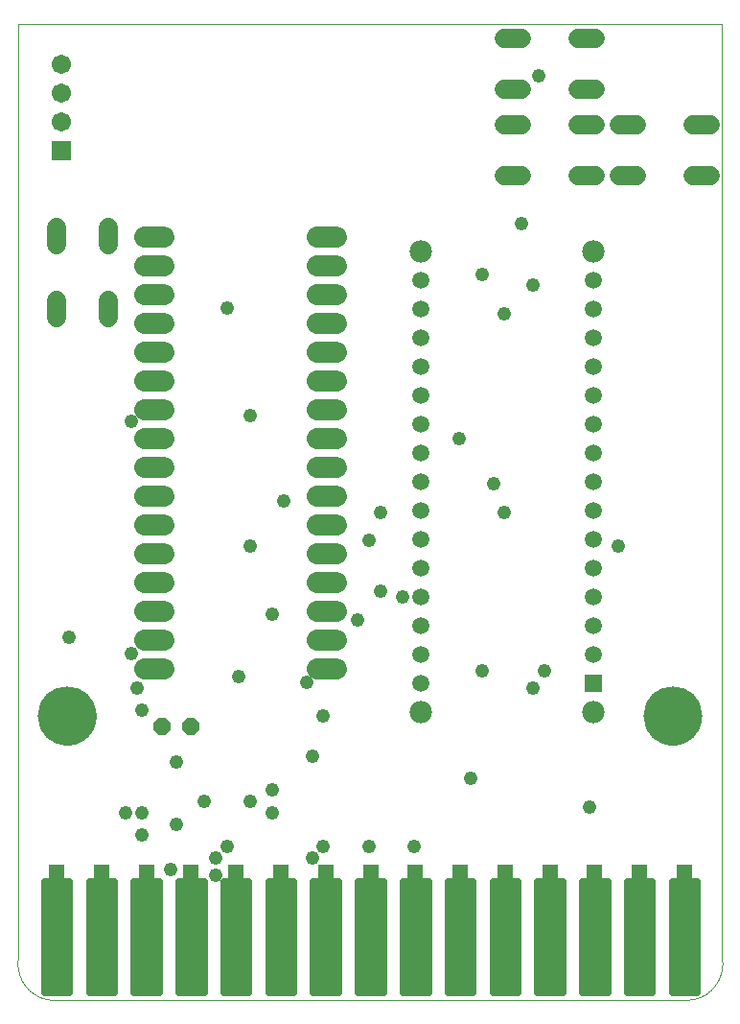
<source format=gts>
G75*
%MOIN*%
%OFA0B0*%
%FSLAX25Y25*%
%IPPOS*%
%LPD*%
%AMOC8*
5,1,8,0,0,1.08239X$1,22.5*
%
%ADD10C,0.00000*%
%ADD11C,0.20485*%
%ADD12R,0.05800X0.05800*%
%ADD13C,0.02207*%
%ADD14C,0.07296*%
%ADD15OC8,0.06000*%
%ADD16C,0.07800*%
%ADD17R,0.05950X0.05950*%
%ADD18C,0.05950*%
%ADD19R,0.06737X0.06737*%
%ADD20C,0.06737*%
%ADD21C,0.06800*%
%ADD22C,0.04800*%
D10*
X0067595Y0047713D02*
X0067595Y0372634D01*
X0312516Y0372634D01*
X0312516Y0047713D01*
X0312517Y0047713D02*
X0312543Y0047410D01*
X0312563Y0047106D01*
X0312574Y0046802D01*
X0312579Y0046498D01*
X0312576Y0046194D01*
X0312566Y0045889D01*
X0312548Y0045586D01*
X0312524Y0045282D01*
X0312491Y0044980D01*
X0312452Y0044678D01*
X0312405Y0044377D01*
X0312351Y0044078D01*
X0312290Y0043780D01*
X0312221Y0043483D01*
X0312146Y0043189D01*
X0312063Y0042896D01*
X0311973Y0042605D01*
X0311877Y0042317D01*
X0311773Y0042030D01*
X0311663Y0041747D01*
X0311545Y0041466D01*
X0311421Y0041188D01*
X0311290Y0040914D01*
X0311153Y0040642D01*
X0311009Y0040374D01*
X0310859Y0040109D01*
X0310702Y0039849D01*
X0310539Y0039592D01*
X0310370Y0039339D01*
X0310195Y0039090D01*
X0310013Y0038845D01*
X0309826Y0038605D01*
X0309634Y0038370D01*
X0309435Y0038139D01*
X0309231Y0037913D01*
X0309022Y0037692D01*
X0308808Y0037477D01*
X0308588Y0037266D01*
X0308363Y0037061D01*
X0308133Y0036861D01*
X0307899Y0036667D01*
X0307660Y0036479D01*
X0307417Y0036296D01*
X0307169Y0036120D01*
X0306917Y0035949D01*
X0306661Y0035785D01*
X0306401Y0035627D01*
X0306137Y0035475D01*
X0305870Y0035330D01*
X0305599Y0035191D01*
X0305325Y0035058D01*
X0305048Y0034933D01*
X0304768Y0034814D01*
X0304485Y0034702D01*
X0304199Y0034596D01*
X0303911Y0034498D01*
X0303621Y0034407D01*
X0303329Y0034322D01*
X0303034Y0034245D01*
X0302738Y0034175D01*
X0302440Y0034112D01*
X0302141Y0034057D01*
X0301841Y0034008D01*
X0301539Y0033967D01*
X0301237Y0033933D01*
X0078875Y0033933D01*
X0078568Y0033968D01*
X0078262Y0034010D01*
X0077957Y0034059D01*
X0077653Y0034116D01*
X0077351Y0034180D01*
X0077050Y0034252D01*
X0076751Y0034331D01*
X0076455Y0034418D01*
X0076160Y0034512D01*
X0075868Y0034612D01*
X0075578Y0034720D01*
X0075292Y0034836D01*
X0075008Y0034958D01*
X0074727Y0035087D01*
X0074449Y0035223D01*
X0074175Y0035365D01*
X0073905Y0035515D01*
X0073638Y0035671D01*
X0073375Y0035833D01*
X0073116Y0036002D01*
X0072861Y0036177D01*
X0072611Y0036358D01*
X0072365Y0036546D01*
X0072124Y0036739D01*
X0071888Y0036939D01*
X0071657Y0037144D01*
X0071431Y0037354D01*
X0071210Y0037570D01*
X0070994Y0037792D01*
X0070784Y0038018D01*
X0070580Y0038250D01*
X0070381Y0038487D01*
X0070188Y0038729D01*
X0070002Y0038975D01*
X0069821Y0039225D01*
X0069646Y0039480D01*
X0069478Y0039740D01*
X0069316Y0040003D01*
X0069161Y0040270D01*
X0069012Y0040541D01*
X0068870Y0040816D01*
X0068735Y0041094D01*
X0068607Y0041375D01*
X0068485Y0041659D01*
X0068371Y0041946D01*
X0068264Y0042236D01*
X0068164Y0042528D01*
X0068071Y0042823D01*
X0067985Y0043120D01*
X0067907Y0043419D01*
X0067835Y0043720D01*
X0067772Y0044022D01*
X0067716Y0044326D01*
X0067667Y0044631D01*
X0067626Y0044937D01*
X0067592Y0045245D01*
X0067566Y0045553D01*
X0067547Y0045861D01*
X0067536Y0046170D01*
X0067533Y0046479D01*
X0067537Y0046788D01*
X0067549Y0047097D01*
X0067568Y0047405D01*
X0067595Y0047713D01*
X0074937Y0132358D02*
X0074940Y0132600D01*
X0074949Y0132841D01*
X0074964Y0133082D01*
X0074984Y0133323D01*
X0075011Y0133563D01*
X0075044Y0133802D01*
X0075082Y0134041D01*
X0075126Y0134278D01*
X0075176Y0134515D01*
X0075232Y0134750D01*
X0075294Y0134983D01*
X0075361Y0135215D01*
X0075434Y0135446D01*
X0075512Y0135674D01*
X0075597Y0135900D01*
X0075686Y0136125D01*
X0075781Y0136347D01*
X0075882Y0136566D01*
X0075988Y0136784D01*
X0076099Y0136998D01*
X0076216Y0137210D01*
X0076337Y0137418D01*
X0076464Y0137624D01*
X0076596Y0137826D01*
X0076733Y0138026D01*
X0076874Y0138221D01*
X0077020Y0138414D01*
X0077171Y0138602D01*
X0077327Y0138787D01*
X0077487Y0138968D01*
X0077651Y0139145D01*
X0077820Y0139318D01*
X0077993Y0139487D01*
X0078170Y0139651D01*
X0078351Y0139811D01*
X0078536Y0139967D01*
X0078724Y0140118D01*
X0078917Y0140264D01*
X0079112Y0140405D01*
X0079312Y0140542D01*
X0079514Y0140674D01*
X0079720Y0140801D01*
X0079928Y0140922D01*
X0080140Y0141039D01*
X0080354Y0141150D01*
X0080572Y0141256D01*
X0080791Y0141357D01*
X0081013Y0141452D01*
X0081238Y0141541D01*
X0081464Y0141626D01*
X0081692Y0141704D01*
X0081923Y0141777D01*
X0082155Y0141844D01*
X0082388Y0141906D01*
X0082623Y0141962D01*
X0082860Y0142012D01*
X0083097Y0142056D01*
X0083336Y0142094D01*
X0083575Y0142127D01*
X0083815Y0142154D01*
X0084056Y0142174D01*
X0084297Y0142189D01*
X0084538Y0142198D01*
X0084780Y0142201D01*
X0085022Y0142198D01*
X0085263Y0142189D01*
X0085504Y0142174D01*
X0085745Y0142154D01*
X0085985Y0142127D01*
X0086224Y0142094D01*
X0086463Y0142056D01*
X0086700Y0142012D01*
X0086937Y0141962D01*
X0087172Y0141906D01*
X0087405Y0141844D01*
X0087637Y0141777D01*
X0087868Y0141704D01*
X0088096Y0141626D01*
X0088322Y0141541D01*
X0088547Y0141452D01*
X0088769Y0141357D01*
X0088988Y0141256D01*
X0089206Y0141150D01*
X0089420Y0141039D01*
X0089632Y0140922D01*
X0089840Y0140801D01*
X0090046Y0140674D01*
X0090248Y0140542D01*
X0090448Y0140405D01*
X0090643Y0140264D01*
X0090836Y0140118D01*
X0091024Y0139967D01*
X0091209Y0139811D01*
X0091390Y0139651D01*
X0091567Y0139487D01*
X0091740Y0139318D01*
X0091909Y0139145D01*
X0092073Y0138968D01*
X0092233Y0138787D01*
X0092389Y0138602D01*
X0092540Y0138414D01*
X0092686Y0138221D01*
X0092827Y0138026D01*
X0092964Y0137826D01*
X0093096Y0137624D01*
X0093223Y0137418D01*
X0093344Y0137210D01*
X0093461Y0136998D01*
X0093572Y0136784D01*
X0093678Y0136566D01*
X0093779Y0136347D01*
X0093874Y0136125D01*
X0093963Y0135900D01*
X0094048Y0135674D01*
X0094126Y0135446D01*
X0094199Y0135215D01*
X0094266Y0134983D01*
X0094328Y0134750D01*
X0094384Y0134515D01*
X0094434Y0134278D01*
X0094478Y0134041D01*
X0094516Y0133802D01*
X0094549Y0133563D01*
X0094576Y0133323D01*
X0094596Y0133082D01*
X0094611Y0132841D01*
X0094620Y0132600D01*
X0094623Y0132358D01*
X0094620Y0132116D01*
X0094611Y0131875D01*
X0094596Y0131634D01*
X0094576Y0131393D01*
X0094549Y0131153D01*
X0094516Y0130914D01*
X0094478Y0130675D01*
X0094434Y0130438D01*
X0094384Y0130201D01*
X0094328Y0129966D01*
X0094266Y0129733D01*
X0094199Y0129501D01*
X0094126Y0129270D01*
X0094048Y0129042D01*
X0093963Y0128816D01*
X0093874Y0128591D01*
X0093779Y0128369D01*
X0093678Y0128150D01*
X0093572Y0127932D01*
X0093461Y0127718D01*
X0093344Y0127506D01*
X0093223Y0127298D01*
X0093096Y0127092D01*
X0092964Y0126890D01*
X0092827Y0126690D01*
X0092686Y0126495D01*
X0092540Y0126302D01*
X0092389Y0126114D01*
X0092233Y0125929D01*
X0092073Y0125748D01*
X0091909Y0125571D01*
X0091740Y0125398D01*
X0091567Y0125229D01*
X0091390Y0125065D01*
X0091209Y0124905D01*
X0091024Y0124749D01*
X0090836Y0124598D01*
X0090643Y0124452D01*
X0090448Y0124311D01*
X0090248Y0124174D01*
X0090046Y0124042D01*
X0089840Y0123915D01*
X0089632Y0123794D01*
X0089420Y0123677D01*
X0089206Y0123566D01*
X0088988Y0123460D01*
X0088769Y0123359D01*
X0088547Y0123264D01*
X0088322Y0123175D01*
X0088096Y0123090D01*
X0087868Y0123012D01*
X0087637Y0122939D01*
X0087405Y0122872D01*
X0087172Y0122810D01*
X0086937Y0122754D01*
X0086700Y0122704D01*
X0086463Y0122660D01*
X0086224Y0122622D01*
X0085985Y0122589D01*
X0085745Y0122562D01*
X0085504Y0122542D01*
X0085263Y0122527D01*
X0085022Y0122518D01*
X0084780Y0122515D01*
X0084538Y0122518D01*
X0084297Y0122527D01*
X0084056Y0122542D01*
X0083815Y0122562D01*
X0083575Y0122589D01*
X0083336Y0122622D01*
X0083097Y0122660D01*
X0082860Y0122704D01*
X0082623Y0122754D01*
X0082388Y0122810D01*
X0082155Y0122872D01*
X0081923Y0122939D01*
X0081692Y0123012D01*
X0081464Y0123090D01*
X0081238Y0123175D01*
X0081013Y0123264D01*
X0080791Y0123359D01*
X0080572Y0123460D01*
X0080354Y0123566D01*
X0080140Y0123677D01*
X0079928Y0123794D01*
X0079720Y0123915D01*
X0079514Y0124042D01*
X0079312Y0124174D01*
X0079112Y0124311D01*
X0078917Y0124452D01*
X0078724Y0124598D01*
X0078536Y0124749D01*
X0078351Y0124905D01*
X0078170Y0125065D01*
X0077993Y0125229D01*
X0077820Y0125398D01*
X0077651Y0125571D01*
X0077487Y0125748D01*
X0077327Y0125929D01*
X0077171Y0126114D01*
X0077020Y0126302D01*
X0076874Y0126495D01*
X0076733Y0126690D01*
X0076596Y0126890D01*
X0076464Y0127092D01*
X0076337Y0127298D01*
X0076216Y0127506D01*
X0076099Y0127718D01*
X0075988Y0127932D01*
X0075882Y0128150D01*
X0075781Y0128369D01*
X0075686Y0128591D01*
X0075597Y0128816D01*
X0075512Y0129042D01*
X0075434Y0129270D01*
X0075361Y0129501D01*
X0075294Y0129733D01*
X0075232Y0129966D01*
X0075176Y0130201D01*
X0075126Y0130438D01*
X0075082Y0130675D01*
X0075044Y0130914D01*
X0075011Y0131153D01*
X0074984Y0131393D01*
X0074964Y0131634D01*
X0074949Y0131875D01*
X0074940Y0132116D01*
X0074937Y0132358D01*
X0204095Y0133933D02*
X0204097Y0134051D01*
X0204103Y0134169D01*
X0204113Y0134287D01*
X0204127Y0134404D01*
X0204145Y0134521D01*
X0204167Y0134638D01*
X0204192Y0134753D01*
X0204222Y0134867D01*
X0204256Y0134981D01*
X0204293Y0135093D01*
X0204334Y0135204D01*
X0204379Y0135313D01*
X0204427Y0135421D01*
X0204479Y0135527D01*
X0204535Y0135632D01*
X0204594Y0135734D01*
X0204656Y0135834D01*
X0204722Y0135932D01*
X0204791Y0136028D01*
X0204864Y0136122D01*
X0204939Y0136213D01*
X0205018Y0136301D01*
X0205099Y0136387D01*
X0205184Y0136470D01*
X0205271Y0136550D01*
X0205360Y0136627D01*
X0205453Y0136701D01*
X0205547Y0136771D01*
X0205644Y0136839D01*
X0205744Y0136903D01*
X0205845Y0136964D01*
X0205948Y0137021D01*
X0206054Y0137075D01*
X0206161Y0137126D01*
X0206269Y0137172D01*
X0206379Y0137215D01*
X0206491Y0137254D01*
X0206604Y0137290D01*
X0206718Y0137321D01*
X0206833Y0137349D01*
X0206948Y0137373D01*
X0207065Y0137393D01*
X0207182Y0137409D01*
X0207300Y0137421D01*
X0207418Y0137429D01*
X0207536Y0137433D01*
X0207654Y0137433D01*
X0207772Y0137429D01*
X0207890Y0137421D01*
X0208008Y0137409D01*
X0208125Y0137393D01*
X0208242Y0137373D01*
X0208357Y0137349D01*
X0208472Y0137321D01*
X0208586Y0137290D01*
X0208699Y0137254D01*
X0208811Y0137215D01*
X0208921Y0137172D01*
X0209029Y0137126D01*
X0209136Y0137075D01*
X0209242Y0137021D01*
X0209345Y0136964D01*
X0209446Y0136903D01*
X0209546Y0136839D01*
X0209643Y0136771D01*
X0209737Y0136701D01*
X0209830Y0136627D01*
X0209919Y0136550D01*
X0210006Y0136470D01*
X0210091Y0136387D01*
X0210172Y0136301D01*
X0210251Y0136213D01*
X0210326Y0136122D01*
X0210399Y0136028D01*
X0210468Y0135932D01*
X0210534Y0135834D01*
X0210596Y0135734D01*
X0210655Y0135632D01*
X0210711Y0135527D01*
X0210763Y0135421D01*
X0210811Y0135313D01*
X0210856Y0135204D01*
X0210897Y0135093D01*
X0210934Y0134981D01*
X0210968Y0134867D01*
X0210998Y0134753D01*
X0211023Y0134638D01*
X0211045Y0134521D01*
X0211063Y0134404D01*
X0211077Y0134287D01*
X0211087Y0134169D01*
X0211093Y0134051D01*
X0211095Y0133933D01*
X0211093Y0133815D01*
X0211087Y0133697D01*
X0211077Y0133579D01*
X0211063Y0133462D01*
X0211045Y0133345D01*
X0211023Y0133228D01*
X0210998Y0133113D01*
X0210968Y0132999D01*
X0210934Y0132885D01*
X0210897Y0132773D01*
X0210856Y0132662D01*
X0210811Y0132553D01*
X0210763Y0132445D01*
X0210711Y0132339D01*
X0210655Y0132234D01*
X0210596Y0132132D01*
X0210534Y0132032D01*
X0210468Y0131934D01*
X0210399Y0131838D01*
X0210326Y0131744D01*
X0210251Y0131653D01*
X0210172Y0131565D01*
X0210091Y0131479D01*
X0210006Y0131396D01*
X0209919Y0131316D01*
X0209830Y0131239D01*
X0209737Y0131165D01*
X0209643Y0131095D01*
X0209546Y0131027D01*
X0209446Y0130963D01*
X0209345Y0130902D01*
X0209242Y0130845D01*
X0209136Y0130791D01*
X0209029Y0130740D01*
X0208921Y0130694D01*
X0208811Y0130651D01*
X0208699Y0130612D01*
X0208586Y0130576D01*
X0208472Y0130545D01*
X0208357Y0130517D01*
X0208242Y0130493D01*
X0208125Y0130473D01*
X0208008Y0130457D01*
X0207890Y0130445D01*
X0207772Y0130437D01*
X0207654Y0130433D01*
X0207536Y0130433D01*
X0207418Y0130437D01*
X0207300Y0130445D01*
X0207182Y0130457D01*
X0207065Y0130473D01*
X0206948Y0130493D01*
X0206833Y0130517D01*
X0206718Y0130545D01*
X0206604Y0130576D01*
X0206491Y0130612D01*
X0206379Y0130651D01*
X0206269Y0130694D01*
X0206161Y0130740D01*
X0206054Y0130791D01*
X0205948Y0130845D01*
X0205845Y0130902D01*
X0205744Y0130963D01*
X0205644Y0131027D01*
X0205547Y0131095D01*
X0205453Y0131165D01*
X0205360Y0131239D01*
X0205271Y0131316D01*
X0205184Y0131396D01*
X0205099Y0131479D01*
X0205018Y0131565D01*
X0204939Y0131653D01*
X0204864Y0131744D01*
X0204791Y0131838D01*
X0204722Y0131934D01*
X0204656Y0132032D01*
X0204594Y0132132D01*
X0204535Y0132234D01*
X0204479Y0132339D01*
X0204427Y0132445D01*
X0204379Y0132553D01*
X0204334Y0132662D01*
X0204293Y0132773D01*
X0204256Y0132885D01*
X0204222Y0132999D01*
X0204192Y0133113D01*
X0204167Y0133228D01*
X0204145Y0133345D01*
X0204127Y0133462D01*
X0204113Y0133579D01*
X0204103Y0133697D01*
X0204097Y0133815D01*
X0204095Y0133933D01*
X0264095Y0133933D02*
X0264097Y0134051D01*
X0264103Y0134169D01*
X0264113Y0134287D01*
X0264127Y0134404D01*
X0264145Y0134521D01*
X0264167Y0134638D01*
X0264192Y0134753D01*
X0264222Y0134867D01*
X0264256Y0134981D01*
X0264293Y0135093D01*
X0264334Y0135204D01*
X0264379Y0135313D01*
X0264427Y0135421D01*
X0264479Y0135527D01*
X0264535Y0135632D01*
X0264594Y0135734D01*
X0264656Y0135834D01*
X0264722Y0135932D01*
X0264791Y0136028D01*
X0264864Y0136122D01*
X0264939Y0136213D01*
X0265018Y0136301D01*
X0265099Y0136387D01*
X0265184Y0136470D01*
X0265271Y0136550D01*
X0265360Y0136627D01*
X0265453Y0136701D01*
X0265547Y0136771D01*
X0265644Y0136839D01*
X0265744Y0136903D01*
X0265845Y0136964D01*
X0265948Y0137021D01*
X0266054Y0137075D01*
X0266161Y0137126D01*
X0266269Y0137172D01*
X0266379Y0137215D01*
X0266491Y0137254D01*
X0266604Y0137290D01*
X0266718Y0137321D01*
X0266833Y0137349D01*
X0266948Y0137373D01*
X0267065Y0137393D01*
X0267182Y0137409D01*
X0267300Y0137421D01*
X0267418Y0137429D01*
X0267536Y0137433D01*
X0267654Y0137433D01*
X0267772Y0137429D01*
X0267890Y0137421D01*
X0268008Y0137409D01*
X0268125Y0137393D01*
X0268242Y0137373D01*
X0268357Y0137349D01*
X0268472Y0137321D01*
X0268586Y0137290D01*
X0268699Y0137254D01*
X0268811Y0137215D01*
X0268921Y0137172D01*
X0269029Y0137126D01*
X0269136Y0137075D01*
X0269242Y0137021D01*
X0269345Y0136964D01*
X0269446Y0136903D01*
X0269546Y0136839D01*
X0269643Y0136771D01*
X0269737Y0136701D01*
X0269830Y0136627D01*
X0269919Y0136550D01*
X0270006Y0136470D01*
X0270091Y0136387D01*
X0270172Y0136301D01*
X0270251Y0136213D01*
X0270326Y0136122D01*
X0270399Y0136028D01*
X0270468Y0135932D01*
X0270534Y0135834D01*
X0270596Y0135734D01*
X0270655Y0135632D01*
X0270711Y0135527D01*
X0270763Y0135421D01*
X0270811Y0135313D01*
X0270856Y0135204D01*
X0270897Y0135093D01*
X0270934Y0134981D01*
X0270968Y0134867D01*
X0270998Y0134753D01*
X0271023Y0134638D01*
X0271045Y0134521D01*
X0271063Y0134404D01*
X0271077Y0134287D01*
X0271087Y0134169D01*
X0271093Y0134051D01*
X0271095Y0133933D01*
X0271093Y0133815D01*
X0271087Y0133697D01*
X0271077Y0133579D01*
X0271063Y0133462D01*
X0271045Y0133345D01*
X0271023Y0133228D01*
X0270998Y0133113D01*
X0270968Y0132999D01*
X0270934Y0132885D01*
X0270897Y0132773D01*
X0270856Y0132662D01*
X0270811Y0132553D01*
X0270763Y0132445D01*
X0270711Y0132339D01*
X0270655Y0132234D01*
X0270596Y0132132D01*
X0270534Y0132032D01*
X0270468Y0131934D01*
X0270399Y0131838D01*
X0270326Y0131744D01*
X0270251Y0131653D01*
X0270172Y0131565D01*
X0270091Y0131479D01*
X0270006Y0131396D01*
X0269919Y0131316D01*
X0269830Y0131239D01*
X0269737Y0131165D01*
X0269643Y0131095D01*
X0269546Y0131027D01*
X0269446Y0130963D01*
X0269345Y0130902D01*
X0269242Y0130845D01*
X0269136Y0130791D01*
X0269029Y0130740D01*
X0268921Y0130694D01*
X0268811Y0130651D01*
X0268699Y0130612D01*
X0268586Y0130576D01*
X0268472Y0130545D01*
X0268357Y0130517D01*
X0268242Y0130493D01*
X0268125Y0130473D01*
X0268008Y0130457D01*
X0267890Y0130445D01*
X0267772Y0130437D01*
X0267654Y0130433D01*
X0267536Y0130433D01*
X0267418Y0130437D01*
X0267300Y0130445D01*
X0267182Y0130457D01*
X0267065Y0130473D01*
X0266948Y0130493D01*
X0266833Y0130517D01*
X0266718Y0130545D01*
X0266604Y0130576D01*
X0266491Y0130612D01*
X0266379Y0130651D01*
X0266269Y0130694D01*
X0266161Y0130740D01*
X0266054Y0130791D01*
X0265948Y0130845D01*
X0265845Y0130902D01*
X0265744Y0130963D01*
X0265644Y0131027D01*
X0265547Y0131095D01*
X0265453Y0131165D01*
X0265360Y0131239D01*
X0265271Y0131316D01*
X0265184Y0131396D01*
X0265099Y0131479D01*
X0265018Y0131565D01*
X0264939Y0131653D01*
X0264864Y0131744D01*
X0264791Y0131838D01*
X0264722Y0131934D01*
X0264656Y0132032D01*
X0264594Y0132132D01*
X0264535Y0132234D01*
X0264479Y0132339D01*
X0264427Y0132445D01*
X0264379Y0132553D01*
X0264334Y0132662D01*
X0264293Y0132773D01*
X0264256Y0132885D01*
X0264222Y0132999D01*
X0264192Y0133113D01*
X0264167Y0133228D01*
X0264145Y0133345D01*
X0264127Y0133462D01*
X0264113Y0133579D01*
X0264103Y0133697D01*
X0264097Y0133815D01*
X0264095Y0133933D01*
X0285488Y0132358D02*
X0285491Y0132600D01*
X0285500Y0132841D01*
X0285515Y0133082D01*
X0285535Y0133323D01*
X0285562Y0133563D01*
X0285595Y0133802D01*
X0285633Y0134041D01*
X0285677Y0134278D01*
X0285727Y0134515D01*
X0285783Y0134750D01*
X0285845Y0134983D01*
X0285912Y0135215D01*
X0285985Y0135446D01*
X0286063Y0135674D01*
X0286148Y0135900D01*
X0286237Y0136125D01*
X0286332Y0136347D01*
X0286433Y0136566D01*
X0286539Y0136784D01*
X0286650Y0136998D01*
X0286767Y0137210D01*
X0286888Y0137418D01*
X0287015Y0137624D01*
X0287147Y0137826D01*
X0287284Y0138026D01*
X0287425Y0138221D01*
X0287571Y0138414D01*
X0287722Y0138602D01*
X0287878Y0138787D01*
X0288038Y0138968D01*
X0288202Y0139145D01*
X0288371Y0139318D01*
X0288544Y0139487D01*
X0288721Y0139651D01*
X0288902Y0139811D01*
X0289087Y0139967D01*
X0289275Y0140118D01*
X0289468Y0140264D01*
X0289663Y0140405D01*
X0289863Y0140542D01*
X0290065Y0140674D01*
X0290271Y0140801D01*
X0290479Y0140922D01*
X0290691Y0141039D01*
X0290905Y0141150D01*
X0291123Y0141256D01*
X0291342Y0141357D01*
X0291564Y0141452D01*
X0291789Y0141541D01*
X0292015Y0141626D01*
X0292243Y0141704D01*
X0292474Y0141777D01*
X0292706Y0141844D01*
X0292939Y0141906D01*
X0293174Y0141962D01*
X0293411Y0142012D01*
X0293648Y0142056D01*
X0293887Y0142094D01*
X0294126Y0142127D01*
X0294366Y0142154D01*
X0294607Y0142174D01*
X0294848Y0142189D01*
X0295089Y0142198D01*
X0295331Y0142201D01*
X0295573Y0142198D01*
X0295814Y0142189D01*
X0296055Y0142174D01*
X0296296Y0142154D01*
X0296536Y0142127D01*
X0296775Y0142094D01*
X0297014Y0142056D01*
X0297251Y0142012D01*
X0297488Y0141962D01*
X0297723Y0141906D01*
X0297956Y0141844D01*
X0298188Y0141777D01*
X0298419Y0141704D01*
X0298647Y0141626D01*
X0298873Y0141541D01*
X0299098Y0141452D01*
X0299320Y0141357D01*
X0299539Y0141256D01*
X0299757Y0141150D01*
X0299971Y0141039D01*
X0300183Y0140922D01*
X0300391Y0140801D01*
X0300597Y0140674D01*
X0300799Y0140542D01*
X0300999Y0140405D01*
X0301194Y0140264D01*
X0301387Y0140118D01*
X0301575Y0139967D01*
X0301760Y0139811D01*
X0301941Y0139651D01*
X0302118Y0139487D01*
X0302291Y0139318D01*
X0302460Y0139145D01*
X0302624Y0138968D01*
X0302784Y0138787D01*
X0302940Y0138602D01*
X0303091Y0138414D01*
X0303237Y0138221D01*
X0303378Y0138026D01*
X0303515Y0137826D01*
X0303647Y0137624D01*
X0303774Y0137418D01*
X0303895Y0137210D01*
X0304012Y0136998D01*
X0304123Y0136784D01*
X0304229Y0136566D01*
X0304330Y0136347D01*
X0304425Y0136125D01*
X0304514Y0135900D01*
X0304599Y0135674D01*
X0304677Y0135446D01*
X0304750Y0135215D01*
X0304817Y0134983D01*
X0304879Y0134750D01*
X0304935Y0134515D01*
X0304985Y0134278D01*
X0305029Y0134041D01*
X0305067Y0133802D01*
X0305100Y0133563D01*
X0305127Y0133323D01*
X0305147Y0133082D01*
X0305162Y0132841D01*
X0305171Y0132600D01*
X0305174Y0132358D01*
X0305171Y0132116D01*
X0305162Y0131875D01*
X0305147Y0131634D01*
X0305127Y0131393D01*
X0305100Y0131153D01*
X0305067Y0130914D01*
X0305029Y0130675D01*
X0304985Y0130438D01*
X0304935Y0130201D01*
X0304879Y0129966D01*
X0304817Y0129733D01*
X0304750Y0129501D01*
X0304677Y0129270D01*
X0304599Y0129042D01*
X0304514Y0128816D01*
X0304425Y0128591D01*
X0304330Y0128369D01*
X0304229Y0128150D01*
X0304123Y0127932D01*
X0304012Y0127718D01*
X0303895Y0127506D01*
X0303774Y0127298D01*
X0303647Y0127092D01*
X0303515Y0126890D01*
X0303378Y0126690D01*
X0303237Y0126495D01*
X0303091Y0126302D01*
X0302940Y0126114D01*
X0302784Y0125929D01*
X0302624Y0125748D01*
X0302460Y0125571D01*
X0302291Y0125398D01*
X0302118Y0125229D01*
X0301941Y0125065D01*
X0301760Y0124905D01*
X0301575Y0124749D01*
X0301387Y0124598D01*
X0301194Y0124452D01*
X0300999Y0124311D01*
X0300799Y0124174D01*
X0300597Y0124042D01*
X0300391Y0123915D01*
X0300183Y0123794D01*
X0299971Y0123677D01*
X0299757Y0123566D01*
X0299539Y0123460D01*
X0299320Y0123359D01*
X0299098Y0123264D01*
X0298873Y0123175D01*
X0298647Y0123090D01*
X0298419Y0123012D01*
X0298188Y0122939D01*
X0297956Y0122872D01*
X0297723Y0122810D01*
X0297488Y0122754D01*
X0297251Y0122704D01*
X0297014Y0122660D01*
X0296775Y0122622D01*
X0296536Y0122589D01*
X0296296Y0122562D01*
X0296055Y0122542D01*
X0295814Y0122527D01*
X0295573Y0122518D01*
X0295331Y0122515D01*
X0295089Y0122518D01*
X0294848Y0122527D01*
X0294607Y0122542D01*
X0294366Y0122562D01*
X0294126Y0122589D01*
X0293887Y0122622D01*
X0293648Y0122660D01*
X0293411Y0122704D01*
X0293174Y0122754D01*
X0292939Y0122810D01*
X0292706Y0122872D01*
X0292474Y0122939D01*
X0292243Y0123012D01*
X0292015Y0123090D01*
X0291789Y0123175D01*
X0291564Y0123264D01*
X0291342Y0123359D01*
X0291123Y0123460D01*
X0290905Y0123566D01*
X0290691Y0123677D01*
X0290479Y0123794D01*
X0290271Y0123915D01*
X0290065Y0124042D01*
X0289863Y0124174D01*
X0289663Y0124311D01*
X0289468Y0124452D01*
X0289275Y0124598D01*
X0289087Y0124749D01*
X0288902Y0124905D01*
X0288721Y0125065D01*
X0288544Y0125229D01*
X0288371Y0125398D01*
X0288202Y0125571D01*
X0288038Y0125748D01*
X0287878Y0125929D01*
X0287722Y0126114D01*
X0287571Y0126302D01*
X0287425Y0126495D01*
X0287284Y0126690D01*
X0287147Y0126890D01*
X0287015Y0127092D01*
X0286888Y0127298D01*
X0286767Y0127506D01*
X0286650Y0127718D01*
X0286539Y0127932D01*
X0286433Y0128150D01*
X0286332Y0128369D01*
X0286237Y0128591D01*
X0286148Y0128816D01*
X0286063Y0129042D01*
X0285985Y0129270D01*
X0285912Y0129501D01*
X0285845Y0129733D01*
X0285783Y0129966D01*
X0285727Y0130201D01*
X0285677Y0130438D01*
X0285633Y0130675D01*
X0285595Y0130914D01*
X0285562Y0131153D01*
X0285535Y0131393D01*
X0285515Y0131634D01*
X0285500Y0131875D01*
X0285491Y0132116D01*
X0285488Y0132358D01*
X0264095Y0293933D02*
X0264097Y0294051D01*
X0264103Y0294169D01*
X0264113Y0294287D01*
X0264127Y0294404D01*
X0264145Y0294521D01*
X0264167Y0294638D01*
X0264192Y0294753D01*
X0264222Y0294867D01*
X0264256Y0294981D01*
X0264293Y0295093D01*
X0264334Y0295204D01*
X0264379Y0295313D01*
X0264427Y0295421D01*
X0264479Y0295527D01*
X0264535Y0295632D01*
X0264594Y0295734D01*
X0264656Y0295834D01*
X0264722Y0295932D01*
X0264791Y0296028D01*
X0264864Y0296122D01*
X0264939Y0296213D01*
X0265018Y0296301D01*
X0265099Y0296387D01*
X0265184Y0296470D01*
X0265271Y0296550D01*
X0265360Y0296627D01*
X0265453Y0296701D01*
X0265547Y0296771D01*
X0265644Y0296839D01*
X0265744Y0296903D01*
X0265845Y0296964D01*
X0265948Y0297021D01*
X0266054Y0297075D01*
X0266161Y0297126D01*
X0266269Y0297172D01*
X0266379Y0297215D01*
X0266491Y0297254D01*
X0266604Y0297290D01*
X0266718Y0297321D01*
X0266833Y0297349D01*
X0266948Y0297373D01*
X0267065Y0297393D01*
X0267182Y0297409D01*
X0267300Y0297421D01*
X0267418Y0297429D01*
X0267536Y0297433D01*
X0267654Y0297433D01*
X0267772Y0297429D01*
X0267890Y0297421D01*
X0268008Y0297409D01*
X0268125Y0297393D01*
X0268242Y0297373D01*
X0268357Y0297349D01*
X0268472Y0297321D01*
X0268586Y0297290D01*
X0268699Y0297254D01*
X0268811Y0297215D01*
X0268921Y0297172D01*
X0269029Y0297126D01*
X0269136Y0297075D01*
X0269242Y0297021D01*
X0269345Y0296964D01*
X0269446Y0296903D01*
X0269546Y0296839D01*
X0269643Y0296771D01*
X0269737Y0296701D01*
X0269830Y0296627D01*
X0269919Y0296550D01*
X0270006Y0296470D01*
X0270091Y0296387D01*
X0270172Y0296301D01*
X0270251Y0296213D01*
X0270326Y0296122D01*
X0270399Y0296028D01*
X0270468Y0295932D01*
X0270534Y0295834D01*
X0270596Y0295734D01*
X0270655Y0295632D01*
X0270711Y0295527D01*
X0270763Y0295421D01*
X0270811Y0295313D01*
X0270856Y0295204D01*
X0270897Y0295093D01*
X0270934Y0294981D01*
X0270968Y0294867D01*
X0270998Y0294753D01*
X0271023Y0294638D01*
X0271045Y0294521D01*
X0271063Y0294404D01*
X0271077Y0294287D01*
X0271087Y0294169D01*
X0271093Y0294051D01*
X0271095Y0293933D01*
X0271093Y0293815D01*
X0271087Y0293697D01*
X0271077Y0293579D01*
X0271063Y0293462D01*
X0271045Y0293345D01*
X0271023Y0293228D01*
X0270998Y0293113D01*
X0270968Y0292999D01*
X0270934Y0292885D01*
X0270897Y0292773D01*
X0270856Y0292662D01*
X0270811Y0292553D01*
X0270763Y0292445D01*
X0270711Y0292339D01*
X0270655Y0292234D01*
X0270596Y0292132D01*
X0270534Y0292032D01*
X0270468Y0291934D01*
X0270399Y0291838D01*
X0270326Y0291744D01*
X0270251Y0291653D01*
X0270172Y0291565D01*
X0270091Y0291479D01*
X0270006Y0291396D01*
X0269919Y0291316D01*
X0269830Y0291239D01*
X0269737Y0291165D01*
X0269643Y0291095D01*
X0269546Y0291027D01*
X0269446Y0290963D01*
X0269345Y0290902D01*
X0269242Y0290845D01*
X0269136Y0290791D01*
X0269029Y0290740D01*
X0268921Y0290694D01*
X0268811Y0290651D01*
X0268699Y0290612D01*
X0268586Y0290576D01*
X0268472Y0290545D01*
X0268357Y0290517D01*
X0268242Y0290493D01*
X0268125Y0290473D01*
X0268008Y0290457D01*
X0267890Y0290445D01*
X0267772Y0290437D01*
X0267654Y0290433D01*
X0267536Y0290433D01*
X0267418Y0290437D01*
X0267300Y0290445D01*
X0267182Y0290457D01*
X0267065Y0290473D01*
X0266948Y0290493D01*
X0266833Y0290517D01*
X0266718Y0290545D01*
X0266604Y0290576D01*
X0266491Y0290612D01*
X0266379Y0290651D01*
X0266269Y0290694D01*
X0266161Y0290740D01*
X0266054Y0290791D01*
X0265948Y0290845D01*
X0265845Y0290902D01*
X0265744Y0290963D01*
X0265644Y0291027D01*
X0265547Y0291095D01*
X0265453Y0291165D01*
X0265360Y0291239D01*
X0265271Y0291316D01*
X0265184Y0291396D01*
X0265099Y0291479D01*
X0265018Y0291565D01*
X0264939Y0291653D01*
X0264864Y0291744D01*
X0264791Y0291838D01*
X0264722Y0291934D01*
X0264656Y0292032D01*
X0264594Y0292132D01*
X0264535Y0292234D01*
X0264479Y0292339D01*
X0264427Y0292445D01*
X0264379Y0292553D01*
X0264334Y0292662D01*
X0264293Y0292773D01*
X0264256Y0292885D01*
X0264222Y0292999D01*
X0264192Y0293113D01*
X0264167Y0293228D01*
X0264145Y0293345D01*
X0264127Y0293462D01*
X0264113Y0293579D01*
X0264103Y0293697D01*
X0264097Y0293815D01*
X0264095Y0293933D01*
X0204095Y0293933D02*
X0204097Y0294051D01*
X0204103Y0294169D01*
X0204113Y0294287D01*
X0204127Y0294404D01*
X0204145Y0294521D01*
X0204167Y0294638D01*
X0204192Y0294753D01*
X0204222Y0294867D01*
X0204256Y0294981D01*
X0204293Y0295093D01*
X0204334Y0295204D01*
X0204379Y0295313D01*
X0204427Y0295421D01*
X0204479Y0295527D01*
X0204535Y0295632D01*
X0204594Y0295734D01*
X0204656Y0295834D01*
X0204722Y0295932D01*
X0204791Y0296028D01*
X0204864Y0296122D01*
X0204939Y0296213D01*
X0205018Y0296301D01*
X0205099Y0296387D01*
X0205184Y0296470D01*
X0205271Y0296550D01*
X0205360Y0296627D01*
X0205453Y0296701D01*
X0205547Y0296771D01*
X0205644Y0296839D01*
X0205744Y0296903D01*
X0205845Y0296964D01*
X0205948Y0297021D01*
X0206054Y0297075D01*
X0206161Y0297126D01*
X0206269Y0297172D01*
X0206379Y0297215D01*
X0206491Y0297254D01*
X0206604Y0297290D01*
X0206718Y0297321D01*
X0206833Y0297349D01*
X0206948Y0297373D01*
X0207065Y0297393D01*
X0207182Y0297409D01*
X0207300Y0297421D01*
X0207418Y0297429D01*
X0207536Y0297433D01*
X0207654Y0297433D01*
X0207772Y0297429D01*
X0207890Y0297421D01*
X0208008Y0297409D01*
X0208125Y0297393D01*
X0208242Y0297373D01*
X0208357Y0297349D01*
X0208472Y0297321D01*
X0208586Y0297290D01*
X0208699Y0297254D01*
X0208811Y0297215D01*
X0208921Y0297172D01*
X0209029Y0297126D01*
X0209136Y0297075D01*
X0209242Y0297021D01*
X0209345Y0296964D01*
X0209446Y0296903D01*
X0209546Y0296839D01*
X0209643Y0296771D01*
X0209737Y0296701D01*
X0209830Y0296627D01*
X0209919Y0296550D01*
X0210006Y0296470D01*
X0210091Y0296387D01*
X0210172Y0296301D01*
X0210251Y0296213D01*
X0210326Y0296122D01*
X0210399Y0296028D01*
X0210468Y0295932D01*
X0210534Y0295834D01*
X0210596Y0295734D01*
X0210655Y0295632D01*
X0210711Y0295527D01*
X0210763Y0295421D01*
X0210811Y0295313D01*
X0210856Y0295204D01*
X0210897Y0295093D01*
X0210934Y0294981D01*
X0210968Y0294867D01*
X0210998Y0294753D01*
X0211023Y0294638D01*
X0211045Y0294521D01*
X0211063Y0294404D01*
X0211077Y0294287D01*
X0211087Y0294169D01*
X0211093Y0294051D01*
X0211095Y0293933D01*
X0211093Y0293815D01*
X0211087Y0293697D01*
X0211077Y0293579D01*
X0211063Y0293462D01*
X0211045Y0293345D01*
X0211023Y0293228D01*
X0210998Y0293113D01*
X0210968Y0292999D01*
X0210934Y0292885D01*
X0210897Y0292773D01*
X0210856Y0292662D01*
X0210811Y0292553D01*
X0210763Y0292445D01*
X0210711Y0292339D01*
X0210655Y0292234D01*
X0210596Y0292132D01*
X0210534Y0292032D01*
X0210468Y0291934D01*
X0210399Y0291838D01*
X0210326Y0291744D01*
X0210251Y0291653D01*
X0210172Y0291565D01*
X0210091Y0291479D01*
X0210006Y0291396D01*
X0209919Y0291316D01*
X0209830Y0291239D01*
X0209737Y0291165D01*
X0209643Y0291095D01*
X0209546Y0291027D01*
X0209446Y0290963D01*
X0209345Y0290902D01*
X0209242Y0290845D01*
X0209136Y0290791D01*
X0209029Y0290740D01*
X0208921Y0290694D01*
X0208811Y0290651D01*
X0208699Y0290612D01*
X0208586Y0290576D01*
X0208472Y0290545D01*
X0208357Y0290517D01*
X0208242Y0290493D01*
X0208125Y0290473D01*
X0208008Y0290457D01*
X0207890Y0290445D01*
X0207772Y0290437D01*
X0207654Y0290433D01*
X0207536Y0290433D01*
X0207418Y0290437D01*
X0207300Y0290445D01*
X0207182Y0290457D01*
X0207065Y0290473D01*
X0206948Y0290493D01*
X0206833Y0290517D01*
X0206718Y0290545D01*
X0206604Y0290576D01*
X0206491Y0290612D01*
X0206379Y0290651D01*
X0206269Y0290694D01*
X0206161Y0290740D01*
X0206054Y0290791D01*
X0205948Y0290845D01*
X0205845Y0290902D01*
X0205744Y0290963D01*
X0205644Y0291027D01*
X0205547Y0291095D01*
X0205453Y0291165D01*
X0205360Y0291239D01*
X0205271Y0291316D01*
X0205184Y0291396D01*
X0205099Y0291479D01*
X0205018Y0291565D01*
X0204939Y0291653D01*
X0204864Y0291744D01*
X0204791Y0291838D01*
X0204722Y0291934D01*
X0204656Y0292032D01*
X0204594Y0292132D01*
X0204535Y0292234D01*
X0204479Y0292339D01*
X0204427Y0292445D01*
X0204379Y0292553D01*
X0204334Y0292662D01*
X0204293Y0292773D01*
X0204256Y0292885D01*
X0204222Y0292999D01*
X0204192Y0293113D01*
X0204167Y0293228D01*
X0204145Y0293345D01*
X0204127Y0293462D01*
X0204113Y0293579D01*
X0204103Y0293697D01*
X0204097Y0293815D01*
X0204095Y0293933D01*
D11*
X0295331Y0132358D03*
X0084780Y0132358D03*
D12*
X0081109Y0078211D03*
X0096699Y0078211D03*
X0112290Y0078211D03*
X0127880Y0078211D03*
X0143471Y0078211D03*
X0159061Y0078211D03*
X0174652Y0078211D03*
X0190243Y0078211D03*
X0205833Y0078211D03*
X0221424Y0078211D03*
X0237014Y0078211D03*
X0252605Y0078211D03*
X0268195Y0078211D03*
X0283786Y0078211D03*
X0299376Y0078211D03*
D13*
X0294961Y0075008D02*
X0294961Y0036414D01*
X0294961Y0075008D02*
X0303791Y0075008D01*
X0303791Y0036414D01*
X0294961Y0036414D01*
X0294961Y0038620D02*
X0303791Y0038620D01*
X0303791Y0040826D02*
X0294961Y0040826D01*
X0294961Y0043032D02*
X0303791Y0043032D01*
X0303791Y0045238D02*
X0294961Y0045238D01*
X0294961Y0047444D02*
X0303791Y0047444D01*
X0303791Y0049650D02*
X0294961Y0049650D01*
X0294961Y0051856D02*
X0303791Y0051856D01*
X0303791Y0054062D02*
X0294961Y0054062D01*
X0294961Y0056268D02*
X0303791Y0056268D01*
X0303791Y0058474D02*
X0294961Y0058474D01*
X0294961Y0060680D02*
X0303791Y0060680D01*
X0303791Y0062886D02*
X0294961Y0062886D01*
X0294961Y0065092D02*
X0303791Y0065092D01*
X0303791Y0067298D02*
X0294961Y0067298D01*
X0294961Y0069504D02*
X0303791Y0069504D01*
X0303791Y0071710D02*
X0294961Y0071710D01*
X0294961Y0073916D02*
X0303791Y0073916D01*
X0279371Y0075008D02*
X0279371Y0036414D01*
X0279371Y0075008D02*
X0288201Y0075008D01*
X0288201Y0036414D01*
X0279371Y0036414D01*
X0279371Y0038620D02*
X0288201Y0038620D01*
X0288201Y0040826D02*
X0279371Y0040826D01*
X0279371Y0043032D02*
X0288201Y0043032D01*
X0288201Y0045238D02*
X0279371Y0045238D01*
X0279371Y0047444D02*
X0288201Y0047444D01*
X0288201Y0049650D02*
X0279371Y0049650D01*
X0279371Y0051856D02*
X0288201Y0051856D01*
X0288201Y0054062D02*
X0279371Y0054062D01*
X0279371Y0056268D02*
X0288201Y0056268D01*
X0288201Y0058474D02*
X0279371Y0058474D01*
X0279371Y0060680D02*
X0288201Y0060680D01*
X0288201Y0062886D02*
X0279371Y0062886D01*
X0279371Y0065092D02*
X0288201Y0065092D01*
X0288201Y0067298D02*
X0279371Y0067298D01*
X0279371Y0069504D02*
X0288201Y0069504D01*
X0288201Y0071710D02*
X0279371Y0071710D01*
X0279371Y0073916D02*
X0288201Y0073916D01*
X0263780Y0075008D02*
X0263780Y0036414D01*
X0263780Y0075008D02*
X0272610Y0075008D01*
X0272610Y0036414D01*
X0263780Y0036414D01*
X0263780Y0038620D02*
X0272610Y0038620D01*
X0272610Y0040826D02*
X0263780Y0040826D01*
X0263780Y0043032D02*
X0272610Y0043032D01*
X0272610Y0045238D02*
X0263780Y0045238D01*
X0263780Y0047444D02*
X0272610Y0047444D01*
X0272610Y0049650D02*
X0263780Y0049650D01*
X0263780Y0051856D02*
X0272610Y0051856D01*
X0272610Y0054062D02*
X0263780Y0054062D01*
X0263780Y0056268D02*
X0272610Y0056268D01*
X0272610Y0058474D02*
X0263780Y0058474D01*
X0263780Y0060680D02*
X0272610Y0060680D01*
X0272610Y0062886D02*
X0263780Y0062886D01*
X0263780Y0065092D02*
X0272610Y0065092D01*
X0272610Y0067298D02*
X0263780Y0067298D01*
X0263780Y0069504D02*
X0272610Y0069504D01*
X0272610Y0071710D02*
X0263780Y0071710D01*
X0263780Y0073916D02*
X0272610Y0073916D01*
X0248190Y0075008D02*
X0248190Y0036414D01*
X0248190Y0075008D02*
X0257020Y0075008D01*
X0257020Y0036414D01*
X0248190Y0036414D01*
X0248190Y0038620D02*
X0257020Y0038620D01*
X0257020Y0040826D02*
X0248190Y0040826D01*
X0248190Y0043032D02*
X0257020Y0043032D01*
X0257020Y0045238D02*
X0248190Y0045238D01*
X0248190Y0047444D02*
X0257020Y0047444D01*
X0257020Y0049650D02*
X0248190Y0049650D01*
X0248190Y0051856D02*
X0257020Y0051856D01*
X0257020Y0054062D02*
X0248190Y0054062D01*
X0248190Y0056268D02*
X0257020Y0056268D01*
X0257020Y0058474D02*
X0248190Y0058474D01*
X0248190Y0060680D02*
X0257020Y0060680D01*
X0257020Y0062886D02*
X0248190Y0062886D01*
X0248190Y0065092D02*
X0257020Y0065092D01*
X0257020Y0067298D02*
X0248190Y0067298D01*
X0248190Y0069504D02*
X0257020Y0069504D01*
X0257020Y0071710D02*
X0248190Y0071710D01*
X0248190Y0073916D02*
X0257020Y0073916D01*
X0232599Y0075008D02*
X0232599Y0036414D01*
X0232599Y0075008D02*
X0241429Y0075008D01*
X0241429Y0036414D01*
X0232599Y0036414D01*
X0232599Y0038620D02*
X0241429Y0038620D01*
X0241429Y0040826D02*
X0232599Y0040826D01*
X0232599Y0043032D02*
X0241429Y0043032D01*
X0241429Y0045238D02*
X0232599Y0045238D01*
X0232599Y0047444D02*
X0241429Y0047444D01*
X0241429Y0049650D02*
X0232599Y0049650D01*
X0232599Y0051856D02*
X0241429Y0051856D01*
X0241429Y0054062D02*
X0232599Y0054062D01*
X0232599Y0056268D02*
X0241429Y0056268D01*
X0241429Y0058474D02*
X0232599Y0058474D01*
X0232599Y0060680D02*
X0241429Y0060680D01*
X0241429Y0062886D02*
X0232599Y0062886D01*
X0232599Y0065092D02*
X0241429Y0065092D01*
X0241429Y0067298D02*
X0232599Y0067298D01*
X0232599Y0069504D02*
X0241429Y0069504D01*
X0241429Y0071710D02*
X0232599Y0071710D01*
X0232599Y0073916D02*
X0241429Y0073916D01*
X0217009Y0075008D02*
X0217009Y0036414D01*
X0217009Y0075008D02*
X0225839Y0075008D01*
X0225839Y0036414D01*
X0217009Y0036414D01*
X0217009Y0038620D02*
X0225839Y0038620D01*
X0225839Y0040826D02*
X0217009Y0040826D01*
X0217009Y0043032D02*
X0225839Y0043032D01*
X0225839Y0045238D02*
X0217009Y0045238D01*
X0217009Y0047444D02*
X0225839Y0047444D01*
X0225839Y0049650D02*
X0217009Y0049650D01*
X0217009Y0051856D02*
X0225839Y0051856D01*
X0225839Y0054062D02*
X0217009Y0054062D01*
X0217009Y0056268D02*
X0225839Y0056268D01*
X0225839Y0058474D02*
X0217009Y0058474D01*
X0217009Y0060680D02*
X0225839Y0060680D01*
X0225839Y0062886D02*
X0217009Y0062886D01*
X0217009Y0065092D02*
X0225839Y0065092D01*
X0225839Y0067298D02*
X0217009Y0067298D01*
X0217009Y0069504D02*
X0225839Y0069504D01*
X0225839Y0071710D02*
X0217009Y0071710D01*
X0217009Y0073916D02*
X0225839Y0073916D01*
X0201418Y0075008D02*
X0201418Y0036414D01*
X0201418Y0075008D02*
X0210248Y0075008D01*
X0210248Y0036414D01*
X0201418Y0036414D01*
X0201418Y0038620D02*
X0210248Y0038620D01*
X0210248Y0040826D02*
X0201418Y0040826D01*
X0201418Y0043032D02*
X0210248Y0043032D01*
X0210248Y0045238D02*
X0201418Y0045238D01*
X0201418Y0047444D02*
X0210248Y0047444D01*
X0210248Y0049650D02*
X0201418Y0049650D01*
X0201418Y0051856D02*
X0210248Y0051856D01*
X0210248Y0054062D02*
X0201418Y0054062D01*
X0201418Y0056268D02*
X0210248Y0056268D01*
X0210248Y0058474D02*
X0201418Y0058474D01*
X0201418Y0060680D02*
X0210248Y0060680D01*
X0210248Y0062886D02*
X0201418Y0062886D01*
X0201418Y0065092D02*
X0210248Y0065092D01*
X0210248Y0067298D02*
X0201418Y0067298D01*
X0201418Y0069504D02*
X0210248Y0069504D01*
X0210248Y0071710D02*
X0201418Y0071710D01*
X0201418Y0073916D02*
X0210248Y0073916D01*
X0185828Y0075008D02*
X0185828Y0036414D01*
X0185828Y0075008D02*
X0194658Y0075008D01*
X0194658Y0036414D01*
X0185828Y0036414D01*
X0185828Y0038620D02*
X0194658Y0038620D01*
X0194658Y0040826D02*
X0185828Y0040826D01*
X0185828Y0043032D02*
X0194658Y0043032D01*
X0194658Y0045238D02*
X0185828Y0045238D01*
X0185828Y0047444D02*
X0194658Y0047444D01*
X0194658Y0049650D02*
X0185828Y0049650D01*
X0185828Y0051856D02*
X0194658Y0051856D01*
X0194658Y0054062D02*
X0185828Y0054062D01*
X0185828Y0056268D02*
X0194658Y0056268D01*
X0194658Y0058474D02*
X0185828Y0058474D01*
X0185828Y0060680D02*
X0194658Y0060680D01*
X0194658Y0062886D02*
X0185828Y0062886D01*
X0185828Y0065092D02*
X0194658Y0065092D01*
X0194658Y0067298D02*
X0185828Y0067298D01*
X0185828Y0069504D02*
X0194658Y0069504D01*
X0194658Y0071710D02*
X0185828Y0071710D01*
X0185828Y0073916D02*
X0194658Y0073916D01*
X0170237Y0075008D02*
X0170237Y0036414D01*
X0170237Y0075008D02*
X0179067Y0075008D01*
X0179067Y0036414D01*
X0170237Y0036414D01*
X0170237Y0038620D02*
X0179067Y0038620D01*
X0179067Y0040826D02*
X0170237Y0040826D01*
X0170237Y0043032D02*
X0179067Y0043032D01*
X0179067Y0045238D02*
X0170237Y0045238D01*
X0170237Y0047444D02*
X0179067Y0047444D01*
X0179067Y0049650D02*
X0170237Y0049650D01*
X0170237Y0051856D02*
X0179067Y0051856D01*
X0179067Y0054062D02*
X0170237Y0054062D01*
X0170237Y0056268D02*
X0179067Y0056268D01*
X0179067Y0058474D02*
X0170237Y0058474D01*
X0170237Y0060680D02*
X0179067Y0060680D01*
X0179067Y0062886D02*
X0170237Y0062886D01*
X0170237Y0065092D02*
X0179067Y0065092D01*
X0179067Y0067298D02*
X0170237Y0067298D01*
X0170237Y0069504D02*
X0179067Y0069504D01*
X0179067Y0071710D02*
X0170237Y0071710D01*
X0170237Y0073916D02*
X0179067Y0073916D01*
X0154646Y0075008D02*
X0154646Y0036414D01*
X0154646Y0075008D02*
X0163476Y0075008D01*
X0163476Y0036414D01*
X0154646Y0036414D01*
X0154646Y0038620D02*
X0163476Y0038620D01*
X0163476Y0040826D02*
X0154646Y0040826D01*
X0154646Y0043032D02*
X0163476Y0043032D01*
X0163476Y0045238D02*
X0154646Y0045238D01*
X0154646Y0047444D02*
X0163476Y0047444D01*
X0163476Y0049650D02*
X0154646Y0049650D01*
X0154646Y0051856D02*
X0163476Y0051856D01*
X0163476Y0054062D02*
X0154646Y0054062D01*
X0154646Y0056268D02*
X0163476Y0056268D01*
X0163476Y0058474D02*
X0154646Y0058474D01*
X0154646Y0060680D02*
X0163476Y0060680D01*
X0163476Y0062886D02*
X0154646Y0062886D01*
X0154646Y0065092D02*
X0163476Y0065092D01*
X0163476Y0067298D02*
X0154646Y0067298D01*
X0154646Y0069504D02*
X0163476Y0069504D01*
X0163476Y0071710D02*
X0154646Y0071710D01*
X0154646Y0073916D02*
X0163476Y0073916D01*
X0139056Y0075008D02*
X0139056Y0036414D01*
X0139056Y0075008D02*
X0147886Y0075008D01*
X0147886Y0036414D01*
X0139056Y0036414D01*
X0139056Y0038620D02*
X0147886Y0038620D01*
X0147886Y0040826D02*
X0139056Y0040826D01*
X0139056Y0043032D02*
X0147886Y0043032D01*
X0147886Y0045238D02*
X0139056Y0045238D01*
X0139056Y0047444D02*
X0147886Y0047444D01*
X0147886Y0049650D02*
X0139056Y0049650D01*
X0139056Y0051856D02*
X0147886Y0051856D01*
X0147886Y0054062D02*
X0139056Y0054062D01*
X0139056Y0056268D02*
X0147886Y0056268D01*
X0147886Y0058474D02*
X0139056Y0058474D01*
X0139056Y0060680D02*
X0147886Y0060680D01*
X0147886Y0062886D02*
X0139056Y0062886D01*
X0139056Y0065092D02*
X0147886Y0065092D01*
X0147886Y0067298D02*
X0139056Y0067298D01*
X0139056Y0069504D02*
X0147886Y0069504D01*
X0147886Y0071710D02*
X0139056Y0071710D01*
X0139056Y0073916D02*
X0147886Y0073916D01*
X0123465Y0075008D02*
X0123465Y0036414D01*
X0123465Y0075008D02*
X0132295Y0075008D01*
X0132295Y0036414D01*
X0123465Y0036414D01*
X0123465Y0038620D02*
X0132295Y0038620D01*
X0132295Y0040826D02*
X0123465Y0040826D01*
X0123465Y0043032D02*
X0132295Y0043032D01*
X0132295Y0045238D02*
X0123465Y0045238D01*
X0123465Y0047444D02*
X0132295Y0047444D01*
X0132295Y0049650D02*
X0123465Y0049650D01*
X0123465Y0051856D02*
X0132295Y0051856D01*
X0132295Y0054062D02*
X0123465Y0054062D01*
X0123465Y0056268D02*
X0132295Y0056268D01*
X0132295Y0058474D02*
X0123465Y0058474D01*
X0123465Y0060680D02*
X0132295Y0060680D01*
X0132295Y0062886D02*
X0123465Y0062886D01*
X0123465Y0065092D02*
X0132295Y0065092D01*
X0132295Y0067298D02*
X0123465Y0067298D01*
X0123465Y0069504D02*
X0132295Y0069504D01*
X0132295Y0071710D02*
X0123465Y0071710D01*
X0123465Y0073916D02*
X0132295Y0073916D01*
X0107875Y0075008D02*
X0107875Y0036414D01*
X0107875Y0075008D02*
X0116705Y0075008D01*
X0116705Y0036414D01*
X0107875Y0036414D01*
X0107875Y0038620D02*
X0116705Y0038620D01*
X0116705Y0040826D02*
X0107875Y0040826D01*
X0107875Y0043032D02*
X0116705Y0043032D01*
X0116705Y0045238D02*
X0107875Y0045238D01*
X0107875Y0047444D02*
X0116705Y0047444D01*
X0116705Y0049650D02*
X0107875Y0049650D01*
X0107875Y0051856D02*
X0116705Y0051856D01*
X0116705Y0054062D02*
X0107875Y0054062D01*
X0107875Y0056268D02*
X0116705Y0056268D01*
X0116705Y0058474D02*
X0107875Y0058474D01*
X0107875Y0060680D02*
X0116705Y0060680D01*
X0116705Y0062886D02*
X0107875Y0062886D01*
X0107875Y0065092D02*
X0116705Y0065092D01*
X0116705Y0067298D02*
X0107875Y0067298D01*
X0107875Y0069504D02*
X0116705Y0069504D01*
X0116705Y0071710D02*
X0107875Y0071710D01*
X0107875Y0073916D02*
X0116705Y0073916D01*
X0092284Y0075008D02*
X0092284Y0036414D01*
X0092284Y0075008D02*
X0101114Y0075008D01*
X0101114Y0036414D01*
X0092284Y0036414D01*
X0092284Y0038620D02*
X0101114Y0038620D01*
X0101114Y0040826D02*
X0092284Y0040826D01*
X0092284Y0043032D02*
X0101114Y0043032D01*
X0101114Y0045238D02*
X0092284Y0045238D01*
X0092284Y0047444D02*
X0101114Y0047444D01*
X0101114Y0049650D02*
X0092284Y0049650D01*
X0092284Y0051856D02*
X0101114Y0051856D01*
X0101114Y0054062D02*
X0092284Y0054062D01*
X0092284Y0056268D02*
X0101114Y0056268D01*
X0101114Y0058474D02*
X0092284Y0058474D01*
X0092284Y0060680D02*
X0101114Y0060680D01*
X0101114Y0062886D02*
X0092284Y0062886D01*
X0092284Y0065092D02*
X0101114Y0065092D01*
X0101114Y0067298D02*
X0092284Y0067298D01*
X0092284Y0069504D02*
X0101114Y0069504D01*
X0101114Y0071710D02*
X0092284Y0071710D01*
X0092284Y0073916D02*
X0101114Y0073916D01*
X0076694Y0075008D02*
X0076694Y0036414D01*
X0076694Y0075008D02*
X0085524Y0075008D01*
X0085524Y0036414D01*
X0076694Y0036414D01*
X0076694Y0038620D02*
X0085524Y0038620D01*
X0085524Y0040826D02*
X0076694Y0040826D01*
X0076694Y0043032D02*
X0085524Y0043032D01*
X0085524Y0045238D02*
X0076694Y0045238D01*
X0076694Y0047444D02*
X0085524Y0047444D01*
X0085524Y0049650D02*
X0076694Y0049650D01*
X0076694Y0051856D02*
X0085524Y0051856D01*
X0085524Y0054062D02*
X0076694Y0054062D01*
X0076694Y0056268D02*
X0085524Y0056268D01*
X0085524Y0058474D02*
X0076694Y0058474D01*
X0076694Y0060680D02*
X0085524Y0060680D01*
X0085524Y0062886D02*
X0076694Y0062886D01*
X0076694Y0065092D02*
X0085524Y0065092D01*
X0085524Y0067298D02*
X0076694Y0067298D01*
X0076694Y0069504D02*
X0085524Y0069504D01*
X0085524Y0071710D02*
X0076694Y0071710D01*
X0076694Y0073916D02*
X0085524Y0073916D01*
D14*
X0111847Y0148933D02*
X0118343Y0148933D01*
X0118343Y0158933D02*
X0111847Y0158933D01*
X0111847Y0168933D02*
X0118343Y0168933D01*
X0118343Y0178933D02*
X0111847Y0178933D01*
X0111847Y0188933D02*
X0118343Y0188933D01*
X0118343Y0198933D02*
X0111847Y0198933D01*
X0111847Y0208933D02*
X0118343Y0208933D01*
X0118343Y0218933D02*
X0111847Y0218933D01*
X0111847Y0228933D02*
X0118343Y0228933D01*
X0118343Y0238933D02*
X0111847Y0238933D01*
X0111847Y0248933D02*
X0118343Y0248933D01*
X0118343Y0258933D02*
X0111847Y0258933D01*
X0111847Y0268933D02*
X0118343Y0268933D01*
X0118343Y0278933D02*
X0111847Y0278933D01*
X0111847Y0288933D02*
X0118343Y0288933D01*
X0118343Y0298933D02*
X0111847Y0298933D01*
X0171847Y0298933D02*
X0178343Y0298933D01*
X0178343Y0288933D02*
X0171847Y0288933D01*
X0171847Y0278933D02*
X0178343Y0278933D01*
X0178343Y0268933D02*
X0171847Y0268933D01*
X0171847Y0258933D02*
X0178343Y0258933D01*
X0178343Y0248933D02*
X0171847Y0248933D01*
X0171847Y0238933D02*
X0178343Y0238933D01*
X0178343Y0228933D02*
X0171847Y0228933D01*
X0171847Y0218933D02*
X0178343Y0218933D01*
X0178343Y0208933D02*
X0171847Y0208933D01*
X0171847Y0198933D02*
X0178343Y0198933D01*
X0178343Y0188933D02*
X0171847Y0188933D01*
X0171847Y0178933D02*
X0178343Y0178933D01*
X0178343Y0168933D02*
X0171847Y0168933D01*
X0171847Y0158933D02*
X0178343Y0158933D01*
X0178343Y0148933D02*
X0171847Y0148933D01*
D15*
X0127595Y0128933D03*
X0117595Y0128933D03*
D16*
X0207595Y0133933D03*
X0267595Y0133933D03*
X0267595Y0293933D03*
X0207595Y0293933D03*
D17*
X0267595Y0143933D03*
D18*
X0267595Y0153933D03*
X0267595Y0163933D03*
X0267595Y0173933D03*
X0267595Y0183933D03*
X0267595Y0193933D03*
X0267595Y0203933D03*
X0267595Y0213933D03*
X0267595Y0223933D03*
X0267595Y0233933D03*
X0267595Y0243933D03*
X0267595Y0253933D03*
X0267595Y0263933D03*
X0267595Y0273933D03*
X0267595Y0283933D03*
X0207595Y0283933D03*
X0207595Y0273933D03*
X0207595Y0263933D03*
X0207595Y0253933D03*
X0207595Y0243933D03*
X0207595Y0233933D03*
X0207595Y0223933D03*
X0207595Y0213933D03*
X0207595Y0203933D03*
X0207595Y0193933D03*
X0207595Y0183933D03*
X0207595Y0173933D03*
X0207595Y0163933D03*
X0207595Y0153933D03*
X0207595Y0143933D03*
D19*
X0082595Y0328933D03*
D20*
X0082595Y0338933D03*
X0082595Y0348933D03*
X0082595Y0358933D03*
D21*
X0081195Y0302233D02*
X0081195Y0296233D01*
X0081195Y0276633D02*
X0081195Y0270633D01*
X0098995Y0270633D02*
X0098995Y0276633D01*
X0098995Y0296233D02*
X0098995Y0302233D01*
X0236795Y0320033D02*
X0242795Y0320033D01*
X0242795Y0337833D02*
X0236795Y0337833D01*
X0236795Y0350033D02*
X0242795Y0350033D01*
X0242795Y0367833D02*
X0236795Y0367833D01*
X0262395Y0367833D02*
X0268395Y0367833D01*
X0268395Y0350033D02*
X0262395Y0350033D01*
X0262395Y0337833D02*
X0268395Y0337833D01*
X0276795Y0337833D02*
X0282795Y0337833D01*
X0282795Y0320033D02*
X0276795Y0320033D01*
X0268395Y0320033D02*
X0262395Y0320033D01*
X0302395Y0320033D02*
X0308395Y0320033D01*
X0308395Y0337833D02*
X0302395Y0337833D01*
D22*
X0248698Y0354799D03*
X0242792Y0303618D03*
X0246729Y0281965D03*
X0236886Y0272122D03*
X0229012Y0285902D03*
X0221138Y0228815D03*
X0232949Y0213067D03*
X0236886Y0203224D03*
X0276257Y0191413D03*
X0250666Y0148106D03*
X0246729Y0142201D03*
X0229012Y0148106D03*
X0201453Y0173697D03*
X0193579Y0175665D03*
X0185705Y0165823D03*
X0167989Y0144169D03*
X0173894Y0132358D03*
X0169957Y0118579D03*
X0156178Y0106768D03*
X0156178Y0098894D03*
X0148304Y0102831D03*
X0140430Y0087083D03*
X0136493Y0083146D03*
X0136493Y0077240D03*
X0120745Y0079209D03*
X0110902Y0091020D03*
X0110902Y0098894D03*
X0104997Y0098894D03*
X0122713Y0094957D03*
X0132556Y0102831D03*
X0122713Y0116610D03*
X0110902Y0134327D03*
X0108934Y0142201D03*
X0106965Y0154012D03*
X0085312Y0159917D03*
X0144367Y0146138D03*
X0156178Y0167791D03*
X0148304Y0191413D03*
X0160115Y0207161D03*
X0148304Y0236689D03*
X0140430Y0274091D03*
X0106965Y0234720D03*
X0189642Y0193382D03*
X0193579Y0203224D03*
X0225075Y0110705D03*
X0205390Y0087083D03*
X0189642Y0087083D03*
X0173894Y0087083D03*
X0169957Y0083146D03*
X0266414Y0100862D03*
M02*

</source>
